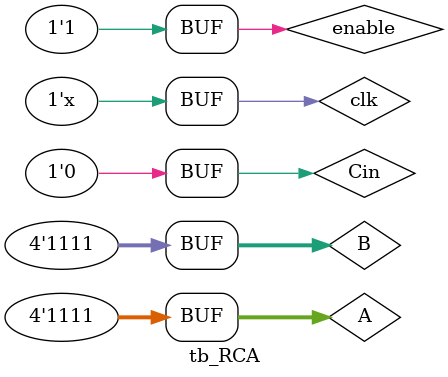
<source format=v>
`timescale 1ns / 1ps
module tb_RCA;

reg clk;
reg enable;
reg [3:0] A;
reg [3:0] B;
reg Cin;
wire [4:0] Q;

RCA_4bits ul (
.clk(clk),
.enable(enable),
.A(A),
.B(B),
.Cin(Cin),
.Q(Q)
);

initial begin

clk = 0;

enable = 0;
A = 4'b0001;
B = 4'b0101;
Cin = 1'b0;
enable = 1;
#10

enable = 0;
A = 4'b0111;
B = 4'b0111;
Cin = 1'b0;
enable = 1;
#10

enable = 0;
A = 4'b1000;
B = 4'b0111;
Cin = 1'b1;
enable = 1;
#10

enable = 0;
A = 4'b1100;
B = 4'b0100;
Cin = 1'b0;
enable = 1;
#10

enable = 0;
A = 4'b1000;
B = 4'b1000;
Cin = 1'b1;
enable = 1;
#10

enable = 0;
A = 4'b1001;
B = 4'b1010;
Cin = 1'b1;
enable = 1;
#10

enable = 0;
A = 4'b1111;
B = 4'b1111;
Cin = 1'b0;
enable = 1;

end

always
#5 clk = ~clk;

endmodule
</source>
